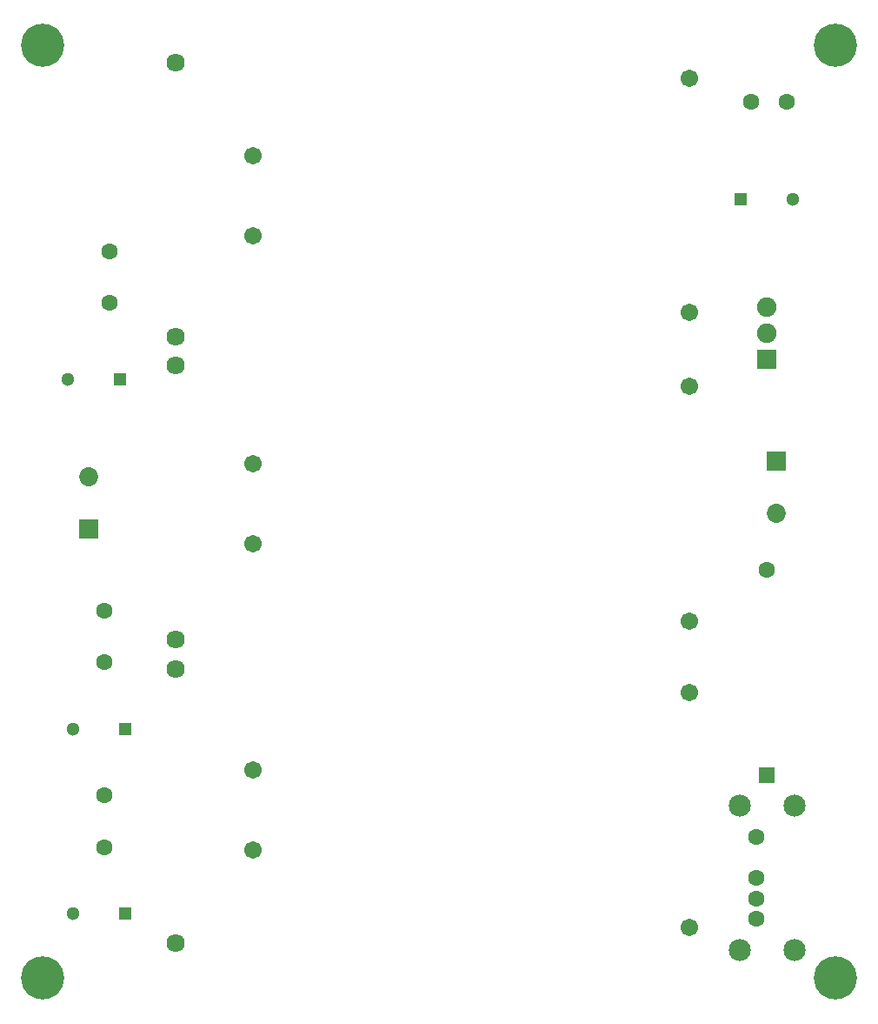
<source format=gbs>
G04*
G04 #@! TF.GenerationSoftware,Altium Limited,Altium Designer,23.4.1 (23)*
G04*
G04 Layer_Color=16711935*
%FSLAX44Y44*%
%MOMM*%
G71*
G04*
G04 #@! TF.SameCoordinates,962042ED-4943-4C1F-BA74-C7D69658BEBC*
G04*
G04*
G04 #@! TF.FilePolarity,Negative*
G04*
G01*
G75*
%ADD16C,1.7032*%
%ADD17C,4.2032*%
%ADD18C,2.1532*%
%ADD19C,1.6032*%
%ADD20R,1.9032X1.9032*%
%ADD21C,1.9032*%
%ADD22C,1.7932*%
%ADD23C,1.3000*%
%ADD24R,1.3000X1.3000*%
%ADD25R,1.8532X1.8532*%
%ADD26C,1.8532*%
%ADD27C,1.6000*%
%ADD28R,1.6000X1.6000*%
D16*
X660000Y677500D02*
D03*
Y905500D02*
D03*
X235000Y752500D02*
D03*
Y830500D02*
D03*
Y530500D02*
D03*
Y452500D02*
D03*
X660000Y605500D02*
D03*
Y377500D02*
D03*
X235000Y232500D02*
D03*
Y154500D02*
D03*
X660000Y307500D02*
D03*
Y79500D02*
D03*
D17*
X802500Y30000D02*
D03*
X30000Y937500D02*
D03*
Y30000D02*
D03*
X802500Y937500D02*
D03*
D18*
X762500Y197500D02*
D03*
X709500D02*
D03*
Y57500D02*
D03*
X762500D02*
D03*
D19*
X725000Y167500D02*
D03*
Y127500D02*
D03*
Y107500D02*
D03*
Y87500D02*
D03*
X720000Y882500D02*
D03*
X755000D02*
D03*
X95000Y687500D02*
D03*
Y737500D02*
D03*
X90000Y337500D02*
D03*
Y387500D02*
D03*
Y157500D02*
D03*
Y207500D02*
D03*
D20*
X735000Y632100D02*
D03*
D21*
Y657500D02*
D03*
Y682900D02*
D03*
D22*
X160000Y330920D02*
D03*
Y64080D02*
D03*
Y625920D02*
D03*
Y359080D02*
D03*
Y654080D02*
D03*
Y920920D02*
D03*
D23*
X54600Y612500D02*
D03*
X59600Y272500D02*
D03*
Y92500D02*
D03*
X760400Y787500D02*
D03*
D24*
X105400Y612500D02*
D03*
X110400Y272500D02*
D03*
Y92500D02*
D03*
X709600Y787500D02*
D03*
D25*
X75000Y467100D02*
D03*
X745000Y532900D02*
D03*
D26*
X75000Y517900D02*
D03*
X745000Y482100D02*
D03*
D27*
X735000Y427230D02*
D03*
D28*
Y227770D02*
D03*
M02*

</source>
